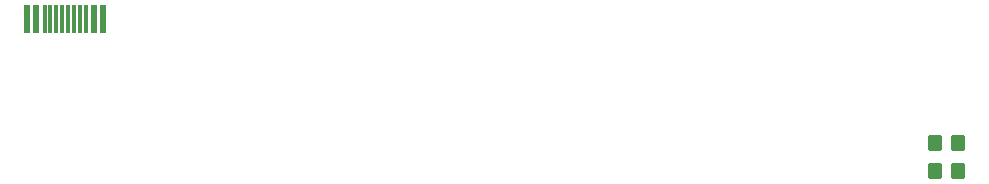
<source format=gtp>
%TF.GenerationSoftware,KiCad,Pcbnew,(6.0.2)*%
%TF.CreationDate,2022-06-06T00:38:35-05:00*%
%TF.ProjectId,Pikin,50696b69-6e2e-46b6-9963-61645f706362,rev?*%
%TF.SameCoordinates,Original*%
%TF.FileFunction,Paste,Top*%
%TF.FilePolarity,Positive*%
%FSLAX46Y46*%
G04 Gerber Fmt 4.6, Leading zero omitted, Abs format (unit mm)*
G04 Created by KiCad (PCBNEW (6.0.2)) date 2022-06-06 00:38:35*
%MOMM*%
%LPD*%
G01*
G04 APERTURE LIST*
G04 Aperture macros list*
%AMRoundRect*
0 Rectangle with rounded corners*
0 $1 Rounding radius*
0 $2 $3 $4 $5 $6 $7 $8 $9 X,Y pos of 4 corners*
0 Add a 4 corners polygon primitive as box body*
4,1,4,$2,$3,$4,$5,$6,$7,$8,$9,$2,$3,0*
0 Add four circle primitives for the rounded corners*
1,1,$1+$1,$2,$3*
1,1,$1+$1,$4,$5*
1,1,$1+$1,$6,$7*
1,1,$1+$1,$8,$9*
0 Add four rect primitives between the rounded corners*
20,1,$1+$1,$2,$3,$4,$5,0*
20,1,$1+$1,$4,$5,$6,$7,0*
20,1,$1+$1,$6,$7,$8,$9,0*
20,1,$1+$1,$8,$9,$2,$3,0*%
G04 Aperture macros list end*
%ADD10R,0.600000X2.450000*%
%ADD11R,0.300000X2.450000*%
%ADD12RoundRect,0.250000X0.350000X0.450000X-0.350000X0.450000X-0.350000X-0.450000X0.350000X-0.450000X0*%
%ADD13RoundRect,0.250000X-0.350000X-0.450000X0.350000X-0.450000X0.350000X0.450000X-0.350000X0.450000X0*%
G04 APERTURE END LIST*
D10*
X228194652Y-65712200D03*
X227419652Y-65712200D03*
D11*
X226719652Y-65712200D03*
X226219652Y-65712200D03*
X225719652Y-65712200D03*
X225219652Y-65712200D03*
X224719652Y-65712200D03*
X224219652Y-65712200D03*
X223719652Y-65712200D03*
X223219652Y-65712200D03*
D10*
X222519652Y-65712200D03*
X221744652Y-65712200D03*
D12*
X300600000Y-76200000D03*
X298600000Y-76200000D03*
D13*
X298600000Y-78600000D03*
X300600000Y-78600000D03*
M02*

</source>
